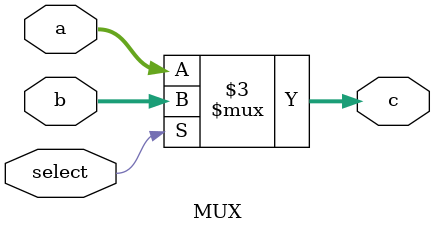
<source format=v>
`timescale 1ns / 1ps


module MUX(input select,input[31:0]a,b,output reg[31:0] c

    );
    
    always @* begin
    if(select)
    c = b;
    else
    c = a;
    end
    
endmodule

</source>
